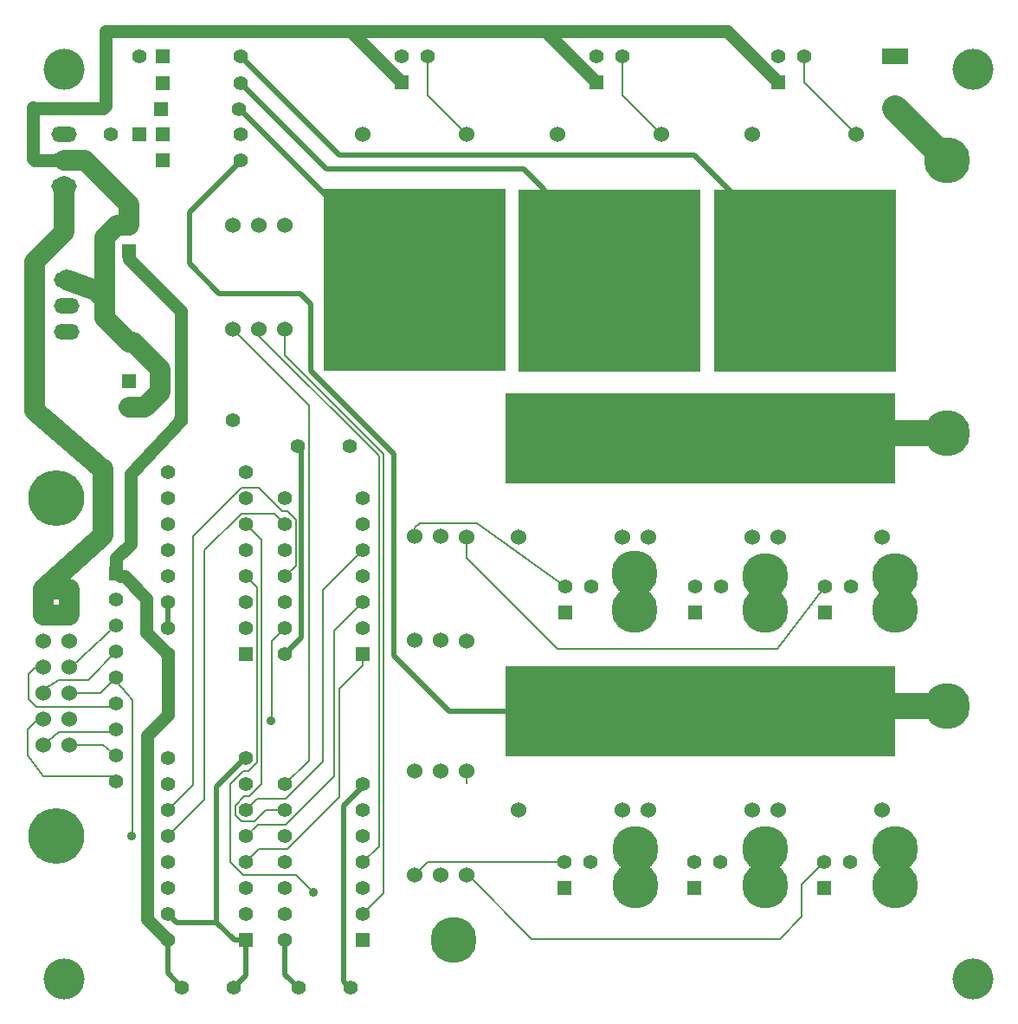
<source format=gbl>
%FSLAX34Y34*%
G04 Gerber Fmt 3.4, Leading zero omitted, Abs format*
G04 (created by PCBNEW (2013-12-09 BZR 4542)-product) date Wed 22 Jan 2014 23:18:31 CST*
%MOIN*%
G01*
G70*
G90*
G04 APERTURE LIST*
%ADD10C,0.005906*%
%ADD11R,0.055000X0.055000*%
%ADD12C,0.055000*%
%ADD13C,0.060000*%
%ADD14C,0.177200*%
%ADD15R,0.098400X0.059100*%
%ADD16O,0.098400X0.059100*%
%ADD17C,0.157500*%
%ADD18C,0.098400*%
%ADD19R,0.500000X0.350000*%
%ADD20C,0.215000*%
%ADD21R,0.060000X0.060000*%
%ADD22R,0.700000X0.700000*%
%ADD23C,0.035000*%
%ADD24C,0.100000*%
%ADD25C,0.080000*%
%ADD26C,0.008000*%
%ADD27C,0.050000*%
%ADD28C,0.020000*%
G04 APERTURE END LIST*
G54D10*
G54D11*
X31300Y-32900D03*
G54D12*
X31300Y-31900D03*
X32300Y-31900D03*
G54D11*
X36300Y-32900D03*
G54D12*
X36300Y-31900D03*
X37300Y-31900D03*
G54D11*
X41300Y-32900D03*
G54D12*
X41300Y-31900D03*
X42300Y-31900D03*
G54D11*
X41250Y-43500D03*
G54D12*
X41250Y-42500D03*
X42250Y-42500D03*
G54D11*
X36250Y-43500D03*
G54D12*
X36250Y-42500D03*
X37250Y-42500D03*
G54D11*
X31250Y-43500D03*
G54D12*
X31250Y-42500D03*
X32250Y-42500D03*
G54D11*
X39500Y-12500D03*
G54D12*
X39500Y-11500D03*
X40500Y-11500D03*
G54D11*
X32500Y-12500D03*
G54D12*
X32500Y-11500D03*
X33500Y-11500D03*
G54D11*
X25000Y-12500D03*
G54D12*
X25000Y-11500D03*
X26000Y-11500D03*
G54D13*
X33500Y-30000D03*
X29500Y-30000D03*
X19500Y-22000D03*
X19500Y-18000D03*
X20500Y-22000D03*
X20500Y-18000D03*
X25500Y-39000D03*
X25500Y-43000D03*
X26500Y-39000D03*
X26500Y-43000D03*
X27500Y-39000D03*
X27500Y-43000D03*
X25500Y-33975D03*
X25500Y-29975D03*
X26500Y-33975D03*
X26500Y-29975D03*
X27500Y-34000D03*
X27500Y-30000D03*
X18500Y-22000D03*
X18500Y-18000D03*
X33500Y-40500D03*
X29500Y-40500D03*
X23500Y-14500D03*
X27500Y-14500D03*
X38500Y-40500D03*
X34500Y-40500D03*
X31000Y-14500D03*
X35000Y-14500D03*
X38500Y-30000D03*
X34500Y-30000D03*
X43500Y-40500D03*
X39500Y-40500D03*
X38500Y-14500D03*
X42500Y-14500D03*
X43500Y-30000D03*
X39500Y-30000D03*
G54D11*
X19000Y-45500D03*
G54D12*
X19000Y-44500D03*
X19000Y-43500D03*
X19000Y-42500D03*
X19000Y-41500D03*
X19000Y-40500D03*
X19000Y-39500D03*
X19000Y-38500D03*
X16000Y-38500D03*
X16000Y-39500D03*
X16000Y-40500D03*
X16000Y-41500D03*
X16000Y-42500D03*
X16000Y-43500D03*
X16000Y-44500D03*
X16000Y-45500D03*
G54D11*
X19000Y-34500D03*
G54D12*
X19000Y-33500D03*
X19000Y-32500D03*
X19000Y-31500D03*
X19000Y-30500D03*
X19000Y-29500D03*
X19000Y-28500D03*
X19000Y-27500D03*
X16000Y-27500D03*
X16000Y-28500D03*
X16000Y-29500D03*
X16000Y-30500D03*
X16000Y-31500D03*
X16000Y-32500D03*
X16000Y-33500D03*
X16000Y-34500D03*
G54D11*
X23500Y-34500D03*
G54D12*
X23500Y-33500D03*
X23500Y-32500D03*
X23500Y-31500D03*
X23500Y-30500D03*
X23500Y-29500D03*
X23500Y-28500D03*
X20500Y-28500D03*
X20500Y-29500D03*
X20500Y-30500D03*
X20500Y-31500D03*
X20500Y-32500D03*
X20500Y-33500D03*
X20500Y-34500D03*
G54D11*
X23500Y-45500D03*
G54D12*
X23500Y-44500D03*
X23500Y-43500D03*
X23500Y-42500D03*
X23500Y-41500D03*
X23500Y-40500D03*
X23500Y-39500D03*
X20500Y-39500D03*
X20500Y-40500D03*
X20500Y-41500D03*
X20500Y-42500D03*
X20500Y-43500D03*
X20500Y-44500D03*
X20500Y-45500D03*
G54D11*
X15740Y-13530D03*
G54D12*
X18740Y-13530D03*
G54D11*
X15780Y-12540D03*
G54D12*
X18780Y-12540D03*
G54D11*
X15800Y-11500D03*
G54D12*
X18800Y-11500D03*
G54D11*
X14900Y-14500D03*
G54D12*
X14900Y-11500D03*
G54D11*
X15800Y-14500D03*
G54D12*
X18800Y-14500D03*
G54D11*
X15800Y-15500D03*
G54D12*
X18800Y-15500D03*
X21000Y-26500D03*
X23000Y-26500D03*
X21010Y-47330D03*
X23010Y-47330D03*
X16540Y-47310D03*
X18540Y-47310D03*
X13800Y-14500D03*
X13800Y-16500D03*
X16500Y-25500D03*
X18500Y-25500D03*
G54D11*
X14500Y-19000D03*
G54D12*
X14500Y-18000D03*
G54D11*
X14500Y-24000D03*
G54D12*
X14500Y-25000D03*
G54D14*
X27900Y-22500D03*
X33950Y-31400D03*
X33950Y-32800D03*
X34000Y-42000D03*
X35500Y-22500D03*
X39000Y-31500D03*
X39000Y-32800D03*
X39000Y-42000D03*
X43000Y-22500D03*
X44000Y-31500D03*
X44000Y-32800D03*
X44000Y-42000D03*
X44000Y-43400D03*
X39000Y-43400D03*
X34000Y-43400D03*
X46000Y-26000D03*
X46000Y-36500D03*
X46000Y-15500D03*
G54D15*
X44000Y-11500D03*
G54D16*
X44000Y-13500D03*
G54D17*
X12000Y-12000D03*
X12000Y-47000D03*
X47000Y-12000D03*
X47000Y-47000D03*
G54D18*
X23400Y-18350D03*
X27350Y-18400D03*
X31000Y-18350D03*
X34850Y-18350D03*
X38700Y-18300D03*
X42350Y-18300D03*
X43500Y-26500D03*
X39000Y-26500D03*
X34000Y-26500D03*
X29500Y-26500D03*
X29500Y-37000D03*
X34000Y-37000D03*
X39000Y-37000D03*
X43500Y-37000D03*
G54D16*
X12000Y-15500D03*
X12000Y-14500D03*
X12000Y-16500D03*
G54D11*
X14000Y-31400D03*
G54D12*
X14000Y-32400D03*
X14000Y-33400D03*
X14000Y-34400D03*
X14000Y-35400D03*
X14000Y-36400D03*
X14000Y-37400D03*
X14000Y-38400D03*
X14000Y-39400D03*
G54D14*
X27000Y-45500D03*
G54D19*
X36500Y-26200D03*
X41500Y-26200D03*
X31500Y-36700D03*
X36500Y-36700D03*
X41500Y-36700D03*
X31500Y-26200D03*
G54D20*
X11700Y-28500D03*
X11700Y-41500D03*
G54D21*
X11200Y-32000D03*
G54D13*
X12200Y-32000D03*
X11200Y-33000D03*
X12200Y-33000D03*
X11200Y-34000D03*
X12200Y-34000D03*
X11200Y-35000D03*
X12200Y-35000D03*
X11200Y-36000D03*
X12200Y-36000D03*
X11200Y-37000D03*
X12200Y-37000D03*
X11200Y-38000D03*
X12200Y-38000D03*
G54D16*
X12100Y-21100D03*
X12100Y-20100D03*
X12100Y-22100D03*
G54D22*
X25480Y-20080D03*
X33000Y-20110D03*
X40520Y-20130D03*
G54D23*
X14600Y-41500D03*
X19954Y-37048D03*
X21590Y-43650D03*
G54D24*
X46000Y-26000D02*
X41700Y-26000D01*
X41700Y-26000D02*
X41500Y-26200D01*
X46000Y-36500D02*
X41700Y-36500D01*
X41700Y-36500D02*
X41500Y-36700D01*
G54D25*
X12000Y-16500D02*
X12000Y-18256D01*
G54D26*
X11200Y-37000D02*
X11000Y-37000D01*
X11000Y-37000D02*
X10590Y-37380D01*
X10590Y-37380D02*
X10590Y-38380D01*
X10590Y-38380D02*
X11200Y-39200D01*
X11200Y-39200D02*
X13800Y-39200D01*
G54D25*
X12000Y-18256D02*
X10859Y-19397D01*
X10859Y-19397D02*
X10859Y-25130D01*
X10859Y-25130D02*
X13290Y-27211D01*
X13480Y-27371D02*
X13480Y-29910D01*
G54D26*
X26000Y-11500D02*
X26000Y-13000D01*
X26000Y-13000D02*
X27500Y-14500D01*
X33500Y-11500D02*
X33500Y-13000D01*
X33500Y-13000D02*
X35000Y-14500D01*
X40500Y-11500D02*
X40500Y-12500D01*
X40500Y-12500D02*
X42500Y-14500D01*
G54D25*
X12000Y-15500D02*
X12800Y-15500D01*
X14500Y-17200D02*
X14500Y-18000D01*
X12800Y-15500D02*
X14500Y-17200D01*
G54D26*
X11200Y-36000D02*
X11200Y-35860D01*
X11200Y-35860D02*
X11800Y-35490D01*
G54D25*
X12200Y-33000D02*
X11200Y-33000D01*
G54D27*
X10870Y-15500D02*
X12000Y-15500D01*
X10790Y-15420D02*
X10870Y-15500D01*
X10790Y-13448D02*
X10790Y-13500D01*
X10790Y-13500D02*
X10790Y-15420D01*
X10790Y-13500D02*
X13482Y-13500D01*
X13482Y-13500D02*
X13590Y-13392D01*
G54D28*
X16000Y-32500D02*
X16000Y-33500D01*
X22770Y-47090D02*
X23010Y-47330D01*
X23500Y-39500D02*
X23500Y-39590D01*
X23500Y-39590D02*
X22770Y-40320D01*
X22770Y-40320D02*
X22770Y-47090D01*
X17865Y-44820D02*
X16320Y-44820D01*
X16320Y-44820D02*
X16000Y-44500D01*
X19000Y-38500D02*
X18965Y-38500D01*
X18545Y-45500D02*
X19000Y-45500D01*
X17865Y-44820D02*
X18545Y-45500D01*
X17865Y-39600D02*
X17865Y-44820D01*
X18965Y-38500D02*
X17865Y-39600D01*
X19000Y-45500D02*
X19000Y-46850D01*
X19000Y-46850D02*
X18540Y-47310D01*
G54D25*
X14500Y-22500D02*
X14660Y-22500D01*
X13560Y-20870D02*
X13560Y-21560D01*
X13560Y-21560D02*
X14500Y-22500D01*
X14660Y-22500D02*
X15680Y-23520D01*
X15680Y-23520D02*
X15680Y-24410D01*
X15680Y-24410D02*
X15090Y-25000D01*
X15090Y-25000D02*
X14500Y-25000D01*
X14500Y-18000D02*
X14020Y-18000D01*
X14020Y-18000D02*
X13560Y-18460D01*
X13560Y-18460D02*
X13560Y-20870D01*
G54D27*
X37525Y-10525D02*
X39500Y-12500D01*
X30525Y-10525D02*
X32500Y-12500D01*
X23025Y-10525D02*
X25000Y-12500D01*
G54D25*
X13190Y-20500D02*
X13560Y-20870D01*
G54D27*
X13700Y-10520D02*
X23020Y-10520D01*
X23020Y-10520D02*
X23025Y-10525D01*
X23025Y-10525D02*
X30525Y-10525D01*
X30525Y-10525D02*
X37525Y-10525D01*
X13590Y-13392D02*
X13590Y-10520D01*
X13700Y-10520D02*
X13590Y-10520D01*
G54D26*
X12200Y-36000D02*
X13400Y-36000D01*
X11780Y-35490D02*
X12910Y-35490D01*
G54D25*
X12100Y-20100D02*
X13190Y-20500D01*
X11200Y-32000D02*
X11200Y-33000D01*
X12200Y-32000D02*
X11200Y-32000D01*
X13480Y-29910D02*
X11200Y-32000D01*
G54D26*
X12200Y-38000D02*
X13500Y-38000D01*
X13500Y-38000D02*
X14000Y-38400D01*
X11200Y-38000D02*
X11800Y-37500D01*
X11800Y-37500D02*
X14000Y-37500D01*
X11200Y-38000D02*
X11200Y-38045D01*
G54D25*
X12200Y-32000D02*
X12200Y-33000D01*
G54D26*
X13890Y-36510D02*
X14000Y-36400D01*
X10930Y-36510D02*
X13890Y-36510D01*
X10640Y-36220D02*
X10930Y-36510D01*
X10640Y-35250D02*
X10640Y-36220D01*
X10890Y-35000D02*
X10640Y-35250D01*
X14640Y-41510D02*
X14600Y-41500D01*
X14640Y-36260D02*
X14640Y-41510D01*
X13400Y-36000D02*
X14000Y-35400D01*
X14000Y-35500D02*
X14000Y-35540D01*
X14000Y-35540D02*
X14640Y-36260D01*
X12910Y-35490D02*
X14000Y-34400D01*
X11200Y-35000D02*
X10890Y-35000D01*
G54D24*
X46000Y-15500D02*
X46000Y-15500D01*
X46000Y-15500D02*
X44000Y-13500D01*
G54D28*
X31500Y-36700D02*
X26830Y-36700D01*
X18800Y-15510D02*
X16830Y-17480D01*
X18800Y-15510D02*
X18800Y-15500D01*
X16830Y-17480D02*
X16830Y-19470D01*
X16830Y-19470D02*
X17970Y-20610D01*
X17970Y-20610D02*
X21100Y-20610D01*
X21100Y-20610D02*
X21500Y-21010D01*
X21500Y-21010D02*
X21500Y-23600D01*
X21500Y-23600D02*
X24690Y-26790D01*
X24690Y-26790D02*
X24690Y-34560D01*
X24690Y-34560D02*
X26830Y-36700D01*
X18740Y-13530D02*
X18760Y-13530D01*
X25230Y-20000D02*
X25500Y-20000D01*
X18760Y-13530D02*
X25230Y-20000D01*
X33000Y-20100D02*
X33000Y-19160D01*
X22080Y-15840D02*
X18780Y-12540D01*
X29680Y-15840D02*
X22080Y-15840D01*
X33000Y-19160D02*
X29680Y-15840D01*
X40500Y-20100D02*
X40500Y-19530D01*
X36260Y-15290D02*
X22590Y-15290D01*
X40500Y-19530D02*
X36260Y-15290D01*
X22600Y-15300D02*
X22590Y-15290D01*
X22590Y-15290D02*
X18800Y-11500D01*
G54D26*
X32850Y-34291D02*
X30991Y-34291D01*
X27500Y-30800D02*
X27500Y-30000D01*
X30991Y-34291D02*
X27500Y-30800D01*
X39458Y-34291D02*
X41300Y-31900D01*
X32834Y-34291D02*
X32850Y-34291D01*
X32850Y-34291D02*
X39458Y-34291D01*
X25500Y-29975D02*
X25500Y-29640D01*
X27900Y-29450D02*
X31300Y-31900D01*
X25690Y-29450D02*
X27900Y-29450D01*
X25500Y-29640D02*
X25690Y-29450D01*
X27500Y-43000D02*
X27550Y-43000D01*
X40400Y-43350D02*
X41250Y-42500D01*
X40400Y-44600D02*
X40400Y-43350D01*
X39550Y-45450D02*
X40400Y-44600D01*
X30000Y-45450D02*
X39550Y-45450D01*
X27550Y-43000D02*
X30000Y-45450D01*
X31250Y-42500D02*
X26000Y-42500D01*
X26000Y-42500D02*
X25500Y-43000D01*
X27500Y-39000D02*
X27500Y-39450D01*
X24297Y-43702D02*
X23500Y-44500D01*
X24297Y-26797D02*
X24297Y-43702D01*
X20500Y-22999D02*
X24297Y-26797D01*
X20500Y-22000D02*
X20500Y-22999D01*
X24110Y-41889D02*
X23500Y-42500D01*
X24110Y-26865D02*
X24110Y-41889D01*
X19500Y-22254D02*
X24110Y-26865D01*
X19500Y-22000D02*
X19500Y-22254D01*
X21419Y-24919D02*
X18500Y-22000D01*
X21419Y-38580D02*
X21419Y-24919D01*
X20500Y-39500D02*
X21419Y-38580D01*
X13800Y-39200D02*
X14000Y-39400D01*
X19500Y-42000D02*
X19000Y-42500D01*
X20592Y-42000D02*
X19500Y-42000D01*
X22584Y-40007D02*
X20592Y-42000D01*
X22584Y-35830D02*
X22584Y-40007D01*
X23500Y-34915D02*
X22584Y-35830D01*
X23500Y-34500D02*
X23500Y-34915D01*
X16957Y-39542D02*
X16000Y-40500D01*
X16957Y-29949D02*
X16957Y-39542D01*
X18826Y-28079D02*
X16957Y-29949D01*
X19476Y-28079D02*
X18826Y-28079D01*
X20384Y-28987D02*
X19476Y-28079D01*
X20577Y-28987D02*
X20384Y-28987D01*
X20916Y-29326D02*
X20577Y-28987D01*
X20916Y-31083D02*
X20916Y-29326D01*
X20500Y-31500D02*
X20916Y-31083D01*
X19998Y-34002D02*
X20500Y-33500D01*
X19998Y-37004D02*
X19998Y-34002D01*
X19954Y-37048D02*
X19998Y-37004D01*
X22404Y-33595D02*
X23500Y-32500D01*
X22404Y-39188D02*
X22404Y-33595D01*
X20537Y-41055D02*
X22404Y-39188D01*
X19444Y-41055D02*
X20537Y-41055D01*
X19000Y-41500D02*
X19444Y-41055D01*
X21975Y-32024D02*
X23500Y-30500D01*
X21975Y-38628D02*
X21975Y-32024D01*
X20540Y-40063D02*
X21975Y-38628D01*
X19436Y-40063D02*
X20540Y-40063D01*
X19000Y-40500D02*
X19436Y-40063D01*
X17393Y-40106D02*
X16000Y-41500D01*
X17393Y-30500D02*
X17393Y-40106D01*
X18817Y-29077D02*
X17393Y-30500D01*
X20077Y-29077D02*
X18817Y-29077D01*
X20500Y-29500D02*
X20077Y-29077D01*
X20940Y-43000D02*
X20636Y-43000D01*
X19423Y-31923D02*
X19000Y-31500D01*
X19423Y-31923D02*
X19423Y-38665D01*
X19423Y-38665D02*
X19089Y-39000D01*
X19089Y-39000D02*
X18887Y-39000D01*
X18887Y-39000D02*
X18404Y-39482D01*
X18404Y-39482D02*
X18404Y-42496D01*
X18404Y-42496D02*
X18908Y-43000D01*
X18908Y-43000D02*
X20636Y-43000D01*
X21590Y-43650D02*
X20940Y-43000D01*
X19605Y-30105D02*
X19000Y-29500D01*
X19605Y-39486D02*
X19605Y-30105D01*
X19118Y-39973D02*
X19605Y-39486D01*
X18939Y-39973D02*
X19118Y-39973D01*
X18584Y-40327D02*
X18939Y-39973D01*
X18584Y-40678D02*
X18584Y-40327D01*
X18833Y-40927D02*
X18584Y-40678D01*
X19317Y-40927D02*
X18833Y-40927D01*
X19745Y-40500D02*
X19317Y-40927D01*
X20500Y-40500D02*
X19745Y-40500D01*
X12210Y-35010D02*
X14000Y-33400D01*
G54D27*
X14550Y-27574D02*
X16500Y-25500D01*
X14000Y-31400D02*
X14000Y-30800D01*
X14550Y-30250D02*
X14550Y-27574D01*
X14000Y-30800D02*
X14550Y-30250D01*
G54D28*
X21000Y-26500D02*
X21000Y-26535D01*
X21135Y-33865D02*
X20500Y-34500D01*
X21135Y-26670D02*
X21135Y-33865D01*
X21000Y-26535D02*
X21135Y-26670D01*
G54D27*
X16000Y-35940D02*
X16000Y-36820D01*
X16000Y-36820D02*
X15180Y-37640D01*
X15180Y-37640D02*
X15180Y-44680D01*
X15180Y-44680D02*
X16000Y-45500D01*
G54D28*
X20500Y-45500D02*
X20500Y-46820D01*
X20500Y-46820D02*
X21010Y-47330D01*
X16000Y-45500D02*
X16000Y-46770D01*
X16000Y-46770D02*
X16540Y-47310D01*
G54D27*
X16000Y-34500D02*
X16000Y-35940D01*
G54D28*
X16000Y-35940D02*
X16000Y-36000D01*
G54D27*
X14150Y-31500D02*
X14310Y-31500D01*
X15170Y-33670D02*
X16000Y-34500D01*
X15170Y-32360D02*
X15170Y-33670D01*
X14310Y-31500D02*
X15170Y-32360D01*
X14500Y-19000D02*
X14500Y-19300D01*
X16500Y-21300D02*
X16500Y-25500D01*
X14500Y-19300D02*
X16500Y-21300D01*
M02*

</source>
